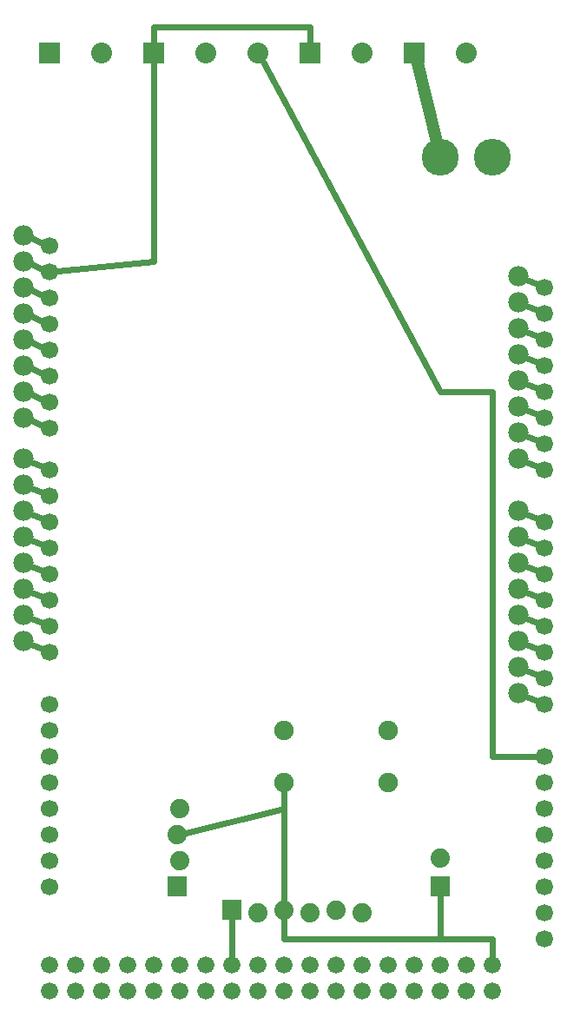
<source format=gtl>
G04 MADE WITH FRITZING*
G04 WWW.FRITZING.ORG*
G04 DOUBLE SIDED*
G04 HOLES PLATED*
G04 CONTOUR ON CENTER OF CONTOUR VECTOR*
%ASAXBY*%
%FSLAX23Y23*%
%MOIN*%
%OFA0B0*%
%SFA1.0B1.0*%
%ADD10C,0.066604*%
%ADD11C,0.066632*%
%ADD12C,0.065993*%
%ADD13C,0.078000*%
%ADD14C,0.074000*%
%ADD15C,0.075000*%
%ADD16C,0.080000*%
%ADD17C,0.141732*%
%ADD18R,0.080000X0.080000*%
%ADD19R,0.080000X0.079986*%
%ADD20C,0.024000*%
%ADD21C,0.048000*%
%ADD22R,0.001000X0.001000*%
%LNCOPPER1*%
G90*
G70*
G54D10*
X2143Y1016D03*
X2143Y916D03*
X2143Y816D03*
X2143Y716D03*
G54D11*
X243Y2376D03*
G54D10*
X2143Y616D03*
X2143Y516D03*
X2143Y416D03*
G54D12*
X1143Y216D03*
G54D10*
X2143Y2016D03*
X2143Y1916D03*
X2143Y2616D03*
X2143Y1816D03*
X2143Y1716D03*
X2143Y1616D03*
X2143Y1516D03*
X2143Y1416D03*
G54D12*
X343Y216D03*
G54D10*
X2143Y1316D03*
G54D12*
X1943Y216D03*
G54D11*
X243Y1816D03*
G54D12*
X743Y216D03*
X1543Y216D03*
G54D11*
X243Y2776D03*
G54D10*
X2143Y2216D03*
G54D11*
X243Y2216D03*
G54D12*
X543Y216D03*
X943Y216D03*
X1343Y216D03*
X1743Y216D03*
G54D11*
X243Y616D03*
X243Y716D03*
X243Y816D03*
X243Y2976D03*
X243Y916D03*
X243Y2576D03*
X243Y1016D03*
X243Y1116D03*
X243Y1216D03*
X243Y1316D03*
G54D10*
X2143Y2816D03*
X2143Y2416D03*
G54D11*
X243Y1616D03*
X243Y2016D03*
G54D12*
X243Y216D03*
X443Y216D03*
X643Y216D03*
X843Y216D03*
X1043Y216D03*
X1243Y216D03*
X1443Y216D03*
X1643Y216D03*
X1843Y216D03*
G54D11*
X243Y3076D03*
X243Y2876D03*
X243Y2676D03*
X243Y2476D03*
G54D10*
X2143Y2916D03*
X2143Y2716D03*
X2143Y2516D03*
X2143Y2316D03*
G54D11*
X243Y1516D03*
X243Y1716D03*
X243Y1916D03*
X243Y2116D03*
G54D12*
X243Y316D03*
X343Y316D03*
X443Y316D03*
X543Y316D03*
X643Y316D03*
X743Y316D03*
X843Y316D03*
X943Y316D03*
X1043Y316D03*
X1143Y316D03*
X1243Y316D03*
X1343Y316D03*
X1443Y316D03*
X1543Y316D03*
X1643Y316D03*
X1743Y316D03*
X1843Y316D03*
X1943Y316D03*
G54D10*
X2143Y1116D03*
X2143Y1016D03*
X2143Y916D03*
X2143Y816D03*
X2143Y716D03*
G54D11*
X243Y2376D03*
G54D10*
X2143Y616D03*
X2143Y516D03*
X2143Y416D03*
G54D12*
X1143Y216D03*
G54D10*
X2143Y2016D03*
X2143Y1916D03*
X2143Y2616D03*
X2143Y1816D03*
X2143Y1716D03*
X2143Y1616D03*
X2143Y1516D03*
X2143Y1416D03*
G54D12*
X343Y216D03*
G54D10*
X2143Y1316D03*
G54D12*
X1943Y216D03*
G54D11*
X243Y1816D03*
G54D12*
X743Y216D03*
X1543Y216D03*
G54D11*
X243Y2776D03*
G54D10*
X2143Y2216D03*
G54D11*
X243Y2216D03*
G54D12*
X543Y216D03*
X943Y216D03*
X1343Y216D03*
X1743Y216D03*
G54D11*
X243Y616D03*
X243Y716D03*
X243Y816D03*
X243Y2976D03*
X243Y916D03*
X243Y2576D03*
X243Y1016D03*
X243Y1116D03*
X243Y1216D03*
X243Y1316D03*
G54D10*
X2143Y2816D03*
X2143Y2416D03*
G54D11*
X243Y1616D03*
X243Y2016D03*
G54D12*
X243Y216D03*
X443Y216D03*
X643Y216D03*
X843Y216D03*
X1043Y216D03*
X1243Y216D03*
X1443Y216D03*
X1643Y216D03*
X1843Y216D03*
G54D11*
X243Y3076D03*
X243Y2876D03*
X243Y2676D03*
X243Y2476D03*
G54D10*
X2143Y2916D03*
X2143Y2716D03*
X2143Y2516D03*
X2143Y2316D03*
G54D11*
X243Y1516D03*
X243Y1716D03*
X243Y1916D03*
X243Y2116D03*
G54D12*
X243Y316D03*
X343Y316D03*
X443Y316D03*
X543Y316D03*
X643Y316D03*
X743Y316D03*
X843Y316D03*
X943Y316D03*
X1043Y316D03*
X1143Y316D03*
X1243Y316D03*
X1343Y316D03*
X1443Y316D03*
X1543Y316D03*
X1643Y316D03*
X1743Y316D03*
X1843Y316D03*
X1943Y316D03*
G54D10*
X2143Y1116D03*
G54D13*
X143Y2416D03*
X143Y2516D03*
X143Y2616D03*
X143Y2716D03*
X143Y2816D03*
X143Y2916D03*
X143Y3016D03*
X143Y3116D03*
X2043Y2958D03*
X2043Y2858D03*
X2043Y2758D03*
X2043Y2658D03*
X2043Y2558D03*
X2043Y2458D03*
X2043Y2358D03*
X2043Y2258D03*
X2043Y2058D03*
X2043Y1958D03*
X2043Y1858D03*
X2043Y1758D03*
X2043Y1658D03*
X2043Y1558D03*
X2043Y1458D03*
X2043Y1358D03*
X143Y1558D03*
X143Y1658D03*
X143Y1758D03*
X143Y1858D03*
X143Y1958D03*
X143Y2058D03*
X143Y2158D03*
X143Y2258D03*
G54D14*
X1743Y616D03*
X1743Y726D03*
X1743Y616D03*
X1743Y726D03*
X943Y526D03*
X1043Y516D03*
X1143Y526D03*
X1243Y516D03*
X1343Y526D03*
X1443Y516D03*
X943Y526D03*
X1043Y516D03*
X1143Y526D03*
X1243Y516D03*
X1343Y526D03*
X1443Y516D03*
X733Y616D03*
X743Y716D03*
X733Y816D03*
X743Y916D03*
X733Y616D03*
X743Y716D03*
X733Y816D03*
X743Y916D03*
G54D15*
X1543Y1016D03*
X1143Y1016D03*
X1143Y1216D03*
X1543Y1216D03*
G54D16*
X843Y3816D03*
X1043Y3816D03*
X643Y3816D03*
X1643Y3816D03*
X1843Y3816D03*
G54D17*
X1943Y3416D03*
X1943Y3416D03*
X1743Y3416D03*
X1743Y3416D03*
G54D16*
X243Y3816D03*
X443Y3816D03*
X1243Y3816D03*
X1443Y3816D03*
G54D18*
X643Y3816D03*
G54D19*
X1643Y3816D03*
X243Y3816D03*
X1243Y3816D03*
G54D20*
X215Y3087D02*
X171Y3105D01*
D02*
X215Y2987D02*
X171Y3005D01*
D02*
X215Y2887D02*
X171Y2905D01*
D02*
X215Y2787D02*
X171Y2805D01*
D02*
X215Y2687D02*
X171Y2705D01*
D02*
X215Y2587D02*
X171Y2605D01*
D02*
X215Y2487D02*
X171Y2505D01*
D02*
X215Y2387D02*
X171Y2405D01*
D02*
X215Y2228D02*
X171Y2246D01*
D02*
X215Y2128D02*
X171Y2146D01*
D02*
X215Y2028D02*
X171Y2046D01*
D02*
X215Y1928D02*
X171Y1946D01*
D02*
X215Y1828D02*
X171Y1846D01*
D02*
X215Y1728D02*
X171Y1746D01*
D02*
X215Y1628D02*
X171Y1646D01*
D02*
X215Y1528D02*
X171Y1546D01*
D02*
X2115Y2928D02*
X2071Y2946D01*
D02*
X2115Y2828D02*
X2071Y2846D01*
D02*
X2115Y2728D02*
X2071Y2746D01*
D02*
X2115Y2628D02*
X2071Y2646D01*
D02*
X2115Y2528D02*
X2071Y2546D01*
D02*
X2115Y2428D02*
X2071Y2446D01*
D02*
X2115Y2328D02*
X2071Y2346D01*
D02*
X2115Y2228D02*
X2071Y2246D01*
D02*
X2115Y2028D02*
X2071Y2046D01*
D02*
X2115Y1928D02*
X2071Y1946D01*
D02*
X2115Y1828D02*
X2071Y1846D01*
D02*
X2115Y1728D02*
X2071Y1746D01*
D02*
X2115Y1628D02*
X2071Y1646D01*
D02*
X2115Y1528D02*
X2071Y1546D01*
D02*
X2115Y1428D02*
X2071Y1446D01*
D02*
X2115Y1328D02*
X2071Y1346D01*
D02*
X943Y495D02*
X943Y346D01*
D02*
X1743Y416D02*
X1943Y416D01*
D02*
X1943Y416D02*
X1943Y346D01*
D02*
X1743Y585D02*
X1743Y416D01*
D02*
X1143Y416D02*
X1743Y416D01*
D02*
X1743Y416D02*
X1743Y585D01*
D02*
X1143Y495D02*
X1143Y416D01*
D02*
X1143Y916D02*
X764Y823D01*
D02*
X1143Y987D02*
X1143Y916D01*
D02*
X1143Y916D02*
X1143Y616D01*
D02*
X1143Y616D02*
X1143Y557D01*
D02*
X764Y823D02*
X1143Y916D01*
D02*
X273Y2979D02*
X643Y3016D01*
D02*
X643Y3016D02*
X643Y3785D01*
D02*
X643Y3916D02*
X1243Y3916D01*
D02*
X1243Y3916D02*
X1243Y3847D01*
D02*
X643Y3847D02*
X643Y3916D01*
G54D21*
D02*
X1728Y3476D02*
X1654Y3775D01*
G54D20*
D02*
X1058Y3789D02*
X1743Y2516D01*
D02*
X1743Y2516D02*
X1943Y2516D01*
D02*
X1943Y2516D02*
X1943Y1116D01*
D02*
X1943Y1116D02*
X2113Y1116D01*
G54D22*
X696Y654D02*
X769Y654D01*
X1706Y654D02*
X1779Y654D01*
X696Y653D02*
X769Y653D01*
X1706Y653D02*
X1779Y653D01*
X696Y652D02*
X769Y652D01*
X1706Y652D02*
X1779Y652D01*
X696Y651D02*
X769Y651D01*
X1706Y651D02*
X1779Y651D01*
X696Y650D02*
X769Y650D01*
X1706Y650D02*
X1779Y650D01*
X696Y649D02*
X769Y649D01*
X1706Y649D02*
X1779Y649D01*
X696Y648D02*
X769Y648D01*
X1706Y648D02*
X1779Y648D01*
X696Y647D02*
X769Y647D01*
X1706Y647D02*
X1779Y647D01*
X696Y646D02*
X769Y646D01*
X1706Y646D02*
X1779Y646D01*
X696Y645D02*
X769Y645D01*
X1706Y645D02*
X1779Y645D01*
X696Y644D02*
X769Y644D01*
X1706Y644D02*
X1779Y644D01*
X696Y643D02*
X769Y643D01*
X1706Y643D02*
X1779Y643D01*
X696Y642D02*
X769Y642D01*
X1706Y642D02*
X1779Y642D01*
X696Y641D02*
X769Y641D01*
X1706Y641D02*
X1779Y641D01*
X696Y640D02*
X769Y640D01*
X1706Y640D02*
X1779Y640D01*
X696Y639D02*
X769Y639D01*
X1706Y639D02*
X1779Y639D01*
X696Y638D02*
X769Y638D01*
X1706Y638D02*
X1779Y638D01*
X696Y637D02*
X728Y637D01*
X737Y637D02*
X769Y637D01*
X1706Y637D02*
X1738Y637D01*
X1747Y637D02*
X1779Y637D01*
X696Y636D02*
X725Y636D01*
X740Y636D02*
X769Y636D01*
X1706Y636D02*
X1734Y636D01*
X1750Y636D02*
X1779Y636D01*
X696Y635D02*
X723Y635D01*
X742Y635D02*
X769Y635D01*
X1706Y635D02*
X1732Y635D01*
X1752Y635D02*
X1779Y635D01*
X696Y634D02*
X721Y634D01*
X744Y634D02*
X769Y634D01*
X1706Y634D02*
X1731Y634D01*
X1754Y634D02*
X1779Y634D01*
X696Y633D02*
X720Y633D01*
X745Y633D02*
X769Y633D01*
X1706Y633D02*
X1729Y633D01*
X1755Y633D02*
X1779Y633D01*
X696Y632D02*
X718Y632D01*
X747Y632D02*
X769Y632D01*
X1706Y632D02*
X1728Y632D01*
X1756Y632D02*
X1779Y632D01*
X696Y631D02*
X717Y631D01*
X748Y631D02*
X769Y631D01*
X1706Y631D02*
X1727Y631D01*
X1757Y631D02*
X1779Y631D01*
X696Y630D02*
X717Y630D01*
X748Y630D02*
X769Y630D01*
X1706Y630D02*
X1726Y630D01*
X1758Y630D02*
X1779Y630D01*
X696Y629D02*
X716Y629D01*
X749Y629D02*
X769Y629D01*
X1706Y629D02*
X1725Y629D01*
X1759Y629D02*
X1779Y629D01*
X696Y628D02*
X715Y628D01*
X750Y628D02*
X769Y628D01*
X1706Y628D02*
X1725Y628D01*
X1760Y628D02*
X1779Y628D01*
X696Y627D02*
X715Y627D01*
X750Y627D02*
X769Y627D01*
X1706Y627D02*
X1724Y627D01*
X1760Y627D02*
X1779Y627D01*
X696Y626D02*
X714Y626D01*
X751Y626D02*
X769Y626D01*
X1706Y626D02*
X1724Y626D01*
X1761Y626D02*
X1779Y626D01*
X696Y625D02*
X714Y625D01*
X751Y625D02*
X769Y625D01*
X1706Y625D02*
X1723Y625D01*
X1761Y625D02*
X1779Y625D01*
X696Y624D02*
X713Y624D01*
X752Y624D02*
X769Y624D01*
X1706Y624D02*
X1723Y624D01*
X1761Y624D02*
X1779Y624D01*
X696Y623D02*
X713Y623D01*
X752Y623D02*
X769Y623D01*
X1706Y623D02*
X1723Y623D01*
X1762Y623D02*
X1779Y623D01*
X696Y622D02*
X713Y622D01*
X752Y622D02*
X769Y622D01*
X1706Y622D02*
X1722Y622D01*
X1762Y622D02*
X1779Y622D01*
X696Y621D02*
X712Y621D01*
X753Y621D02*
X769Y621D01*
X1706Y621D02*
X1722Y621D01*
X1762Y621D02*
X1779Y621D01*
X696Y620D02*
X712Y620D01*
X753Y620D02*
X769Y620D01*
X1706Y620D02*
X1722Y620D01*
X1762Y620D02*
X1779Y620D01*
X696Y619D02*
X712Y619D01*
X753Y619D02*
X769Y619D01*
X1706Y619D02*
X1722Y619D01*
X1762Y619D02*
X1779Y619D01*
X696Y618D02*
X712Y618D01*
X753Y618D02*
X769Y618D01*
X1706Y618D02*
X1722Y618D01*
X1763Y618D02*
X1779Y618D01*
X696Y617D02*
X712Y617D01*
X753Y617D02*
X769Y617D01*
X1706Y617D02*
X1722Y617D01*
X1763Y617D02*
X1779Y617D01*
X696Y616D02*
X712Y616D01*
X753Y616D02*
X769Y616D01*
X1706Y616D02*
X1722Y616D01*
X1762Y616D02*
X1779Y616D01*
X696Y615D02*
X712Y615D01*
X753Y615D02*
X769Y615D01*
X1706Y615D02*
X1722Y615D01*
X1762Y615D02*
X1779Y615D01*
X696Y614D02*
X712Y614D01*
X753Y614D02*
X769Y614D01*
X1706Y614D02*
X1722Y614D01*
X1762Y614D02*
X1779Y614D01*
X696Y613D02*
X713Y613D01*
X752Y613D02*
X769Y613D01*
X1706Y613D02*
X1722Y613D01*
X1762Y613D02*
X1779Y613D01*
X696Y612D02*
X713Y612D01*
X752Y612D02*
X769Y612D01*
X1706Y612D02*
X1722Y612D01*
X1762Y612D02*
X1779Y612D01*
X696Y611D02*
X713Y611D01*
X752Y611D02*
X769Y611D01*
X1706Y611D02*
X1723Y611D01*
X1761Y611D02*
X1779Y611D01*
X696Y610D02*
X713Y610D01*
X752Y610D02*
X769Y610D01*
X1706Y610D02*
X1723Y610D01*
X1761Y610D02*
X1779Y610D01*
X696Y609D02*
X714Y609D01*
X751Y609D02*
X769Y609D01*
X1706Y609D02*
X1724Y609D01*
X1761Y609D02*
X1779Y609D01*
X696Y608D02*
X714Y608D01*
X751Y608D02*
X769Y608D01*
X1706Y608D02*
X1724Y608D01*
X1760Y608D02*
X1779Y608D01*
X696Y607D02*
X715Y607D01*
X750Y607D02*
X769Y607D01*
X1706Y607D02*
X1725Y607D01*
X1760Y607D02*
X1779Y607D01*
X696Y606D02*
X716Y606D01*
X749Y606D02*
X769Y606D01*
X1706Y606D02*
X1725Y606D01*
X1759Y606D02*
X1779Y606D01*
X696Y605D02*
X716Y605D01*
X749Y605D02*
X769Y605D01*
X1706Y605D02*
X1726Y605D01*
X1758Y605D02*
X1779Y605D01*
X696Y604D02*
X717Y604D01*
X748Y604D02*
X769Y604D01*
X1706Y604D02*
X1727Y604D01*
X1757Y604D02*
X1779Y604D01*
X696Y603D02*
X718Y603D01*
X747Y603D02*
X769Y603D01*
X1706Y603D02*
X1728Y603D01*
X1756Y603D02*
X1779Y603D01*
X696Y602D02*
X719Y602D01*
X746Y602D02*
X769Y602D01*
X1706Y602D02*
X1729Y602D01*
X1755Y602D02*
X1779Y602D01*
X696Y601D02*
X721Y601D01*
X744Y601D02*
X769Y601D01*
X1706Y601D02*
X1730Y601D01*
X1754Y601D02*
X1779Y601D01*
X696Y600D02*
X722Y600D01*
X743Y600D02*
X769Y600D01*
X1706Y600D02*
X1732Y600D01*
X1752Y600D02*
X1779Y600D01*
X696Y599D02*
X724Y599D01*
X741Y599D02*
X769Y599D01*
X1706Y599D02*
X1734Y599D01*
X1750Y599D02*
X1779Y599D01*
X696Y598D02*
X727Y598D01*
X738Y598D02*
X769Y598D01*
X1706Y598D02*
X1737Y598D01*
X1747Y598D02*
X1779Y598D01*
X696Y597D02*
X769Y597D01*
X1706Y597D02*
X1779Y597D01*
X696Y596D02*
X769Y596D01*
X1706Y596D02*
X1779Y596D01*
X696Y595D02*
X769Y595D01*
X1706Y595D02*
X1779Y595D01*
X696Y594D02*
X769Y594D01*
X1706Y594D02*
X1779Y594D01*
X696Y593D02*
X769Y593D01*
X1706Y593D02*
X1779Y593D01*
X696Y592D02*
X769Y592D01*
X1706Y592D02*
X1779Y592D01*
X696Y591D02*
X769Y591D01*
X1706Y591D02*
X1779Y591D01*
X696Y590D02*
X769Y590D01*
X1706Y590D02*
X1779Y590D01*
X696Y589D02*
X769Y589D01*
X1706Y589D02*
X1779Y589D01*
X696Y588D02*
X769Y588D01*
X1706Y588D02*
X1779Y588D01*
X696Y587D02*
X769Y587D01*
X1706Y587D02*
X1779Y587D01*
X696Y586D02*
X769Y586D01*
X1706Y586D02*
X1779Y586D01*
X696Y585D02*
X769Y585D01*
X1706Y585D02*
X1779Y585D01*
X696Y584D02*
X769Y584D01*
X1706Y584D02*
X1779Y584D01*
X696Y583D02*
X769Y583D01*
X1706Y583D02*
X1779Y583D01*
X696Y582D02*
X769Y582D01*
X1706Y582D02*
X1779Y582D01*
X696Y581D02*
X769Y581D01*
X1706Y581D02*
X1779Y581D01*
X906Y564D02*
X979Y564D01*
X906Y563D02*
X979Y563D01*
X906Y562D02*
X979Y562D01*
X906Y561D02*
X979Y561D01*
X906Y560D02*
X979Y560D01*
X906Y559D02*
X979Y559D01*
X906Y558D02*
X979Y558D01*
X906Y557D02*
X979Y557D01*
X906Y556D02*
X979Y556D01*
X906Y555D02*
X979Y555D01*
X906Y554D02*
X979Y554D01*
X906Y553D02*
X979Y553D01*
X906Y552D02*
X979Y552D01*
X906Y551D02*
X979Y551D01*
X906Y550D02*
X979Y550D01*
X906Y549D02*
X979Y549D01*
X906Y548D02*
X979Y548D01*
X906Y547D02*
X938Y547D01*
X947Y547D02*
X979Y547D01*
X906Y546D02*
X935Y546D01*
X950Y546D02*
X979Y546D01*
X906Y545D02*
X933Y545D01*
X952Y545D02*
X979Y545D01*
X906Y544D02*
X931Y544D01*
X954Y544D02*
X979Y544D01*
X906Y543D02*
X930Y543D01*
X955Y543D02*
X979Y543D01*
X906Y542D02*
X928Y542D01*
X957Y542D02*
X979Y542D01*
X906Y541D02*
X927Y541D01*
X958Y541D02*
X979Y541D01*
X906Y540D02*
X927Y540D01*
X958Y540D02*
X979Y540D01*
X906Y539D02*
X926Y539D01*
X959Y539D02*
X979Y539D01*
X906Y538D02*
X925Y538D01*
X960Y538D02*
X979Y538D01*
X906Y537D02*
X924Y537D01*
X960Y537D02*
X979Y537D01*
X906Y536D02*
X924Y536D01*
X961Y536D02*
X979Y536D01*
X906Y535D02*
X923Y535D01*
X961Y535D02*
X979Y535D01*
X906Y534D02*
X923Y534D01*
X962Y534D02*
X979Y534D01*
X906Y533D02*
X923Y533D01*
X962Y533D02*
X979Y533D01*
X906Y532D02*
X923Y532D01*
X962Y532D02*
X979Y532D01*
X906Y531D02*
X922Y531D01*
X963Y531D02*
X979Y531D01*
X906Y530D02*
X922Y530D01*
X963Y530D02*
X979Y530D01*
X906Y529D02*
X922Y529D01*
X963Y529D02*
X979Y529D01*
X906Y528D02*
X922Y528D01*
X963Y528D02*
X979Y528D01*
X906Y527D02*
X922Y527D01*
X963Y527D02*
X979Y527D01*
X906Y526D02*
X922Y526D01*
X963Y526D02*
X979Y526D01*
X906Y525D02*
X922Y525D01*
X963Y525D02*
X979Y525D01*
X906Y524D02*
X922Y524D01*
X963Y524D02*
X979Y524D01*
X906Y523D02*
X922Y523D01*
X962Y523D02*
X979Y523D01*
X906Y522D02*
X923Y522D01*
X962Y522D02*
X979Y522D01*
X906Y521D02*
X923Y521D01*
X962Y521D02*
X979Y521D01*
X906Y520D02*
X923Y520D01*
X961Y520D02*
X979Y520D01*
X906Y519D02*
X924Y519D01*
X961Y519D02*
X979Y519D01*
X906Y518D02*
X924Y518D01*
X960Y518D02*
X979Y518D01*
X906Y517D02*
X925Y517D01*
X960Y517D02*
X979Y517D01*
X906Y516D02*
X926Y516D01*
X959Y516D02*
X979Y516D01*
X906Y515D02*
X926Y515D01*
X958Y515D02*
X979Y515D01*
X906Y514D02*
X927Y514D01*
X958Y514D02*
X979Y514D01*
X906Y513D02*
X928Y513D01*
X957Y513D02*
X979Y513D01*
X906Y512D02*
X929Y512D01*
X955Y512D02*
X979Y512D01*
X906Y511D02*
X931Y511D01*
X954Y511D02*
X979Y511D01*
X906Y510D02*
X932Y510D01*
X953Y510D02*
X979Y510D01*
X906Y509D02*
X934Y509D01*
X951Y509D02*
X979Y509D01*
X906Y508D02*
X937Y508D01*
X947Y508D02*
X979Y508D01*
X906Y507D02*
X979Y507D01*
X906Y506D02*
X979Y506D01*
X906Y505D02*
X979Y505D01*
X906Y504D02*
X979Y504D01*
X906Y503D02*
X979Y503D01*
X906Y502D02*
X979Y502D01*
X906Y501D02*
X979Y501D01*
X906Y500D02*
X979Y500D01*
X906Y499D02*
X979Y499D01*
X906Y498D02*
X979Y498D01*
X906Y497D02*
X979Y497D01*
X906Y496D02*
X979Y496D01*
X906Y495D02*
X979Y495D01*
X906Y494D02*
X979Y494D01*
X906Y493D02*
X979Y493D01*
X906Y492D02*
X979Y492D01*
X906Y491D02*
X979Y491D01*
D02*
G04 End of Copper1*
M02*
</source>
